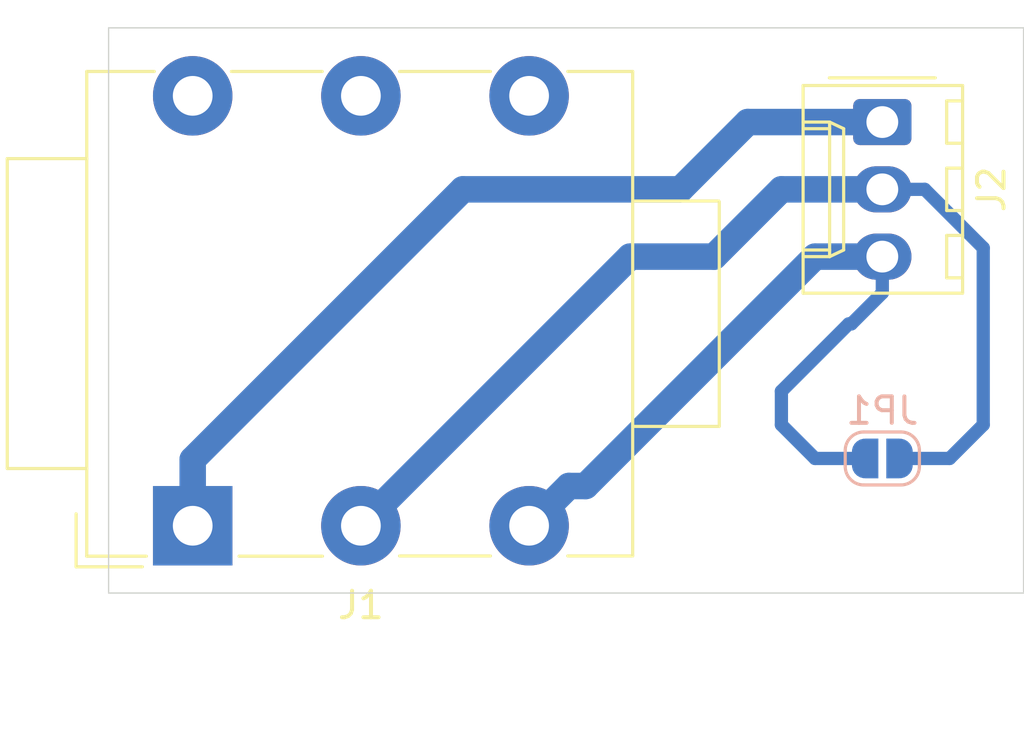
<source format=kicad_pcb>
(kicad_pcb (version 20171130) (host pcbnew "(5.1.5-0-10_14)")

  (general
    (thickness 1.6)
    (drawings 5)
    (tracks 25)
    (zones 0)
    (modules 3)
    (nets 7)
  )

  (page A4)
  (layers
    (0 F.Cu signal)
    (31 B.Cu signal)
    (32 B.Adhes user)
    (33 F.Adhes user)
    (34 B.Paste user)
    (35 F.Paste user)
    (36 B.SilkS user)
    (37 F.SilkS user)
    (38 B.Mask user)
    (39 F.Mask user)
    (40 Dwgs.User user)
    (41 Cmts.User user)
    (42 Eco1.User user)
    (43 Eco2.User user)
    (44 Edge.Cuts user)
    (45 Margin user)
    (46 B.CrtYd user)
    (47 F.CrtYd user)
    (48 B.Fab user)
    (49 F.Fab user)
  )

  (setup
    (last_trace_width 0.5)
    (user_trace_width 0.5)
    (user_trace_width 1)
    (trace_clearance 0.2)
    (zone_clearance 0.508)
    (zone_45_only no)
    (trace_min 0.2)
    (via_size 0.8)
    (via_drill 0.4)
    (via_min_size 0.4)
    (via_min_drill 0.3)
    (user_via 2 1)
    (uvia_size 0.3)
    (uvia_drill 0.1)
    (uvias_allowed no)
    (uvia_min_size 0.2)
    (uvia_min_drill 0.1)
    (edge_width 0.05)
    (segment_width 0.2)
    (pcb_text_width 0.3)
    (pcb_text_size 1.5 1.5)
    (mod_edge_width 0.12)
    (mod_text_size 1 1)
    (mod_text_width 0.15)
    (pad_size 1.524 1.524)
    (pad_drill 0.762)
    (pad_to_mask_clearance 0.051)
    (solder_mask_min_width 0.25)
    (aux_axis_origin 0 0)
    (visible_elements FFFFFF7F)
    (pcbplotparams
      (layerselection 0x010fc_ffffffff)
      (usegerberextensions false)
      (usegerberattributes false)
      (usegerberadvancedattributes false)
      (creategerberjobfile false)
      (excludeedgelayer true)
      (linewidth 0.100000)
      (plotframeref false)
      (viasonmask false)
      (mode 1)
      (useauxorigin false)
      (hpglpennumber 1)
      (hpglpenspeed 20)
      (hpglpendiameter 15.000000)
      (psnegative false)
      (psa4output false)
      (plotreference true)
      (plotvalue true)
      (plotinvisibletext false)
      (padsonsilk false)
      (subtractmaskfromsilk false)
      (outputformat 1)
      (mirror false)
      (drillshape 1)
      (scaleselection 1)
      (outputdirectory ""))
  )

  (net 0 "")
  (net 1 "Net-(J1-PadRN)")
  (net 2 "Net-(J1-PadTN)")
  (net 3 "Net-(J1-PadSN)")
  (net 4 "Net-(J1-PadR)")
  (net 5 "Net-(J1-PadT)")
  (net 6 "Net-(J1-PadS)")

  (net_class Default "This is the default net class."
    (clearance 0.2)
    (trace_width 0.25)
    (via_dia 0.8)
    (via_drill 0.4)
    (uvia_dia 0.3)
    (uvia_drill 0.1)
    (add_net "Net-(J1-PadR)")
    (add_net "Net-(J1-PadRN)")
    (add_net "Net-(J1-PadS)")
    (add_net "Net-(J1-PadSN)")
    (add_net "Net-(J1-PadT)")
    (add_net "Net-(J1-PadTN)")
  )

  (module Connector_Audio:Jack_3.5mm_Neutrik_NMJ6HCD2_Horizontal (layer F.Cu) (tedit 5BF5E39A) (tstamp 5E4DBE96)
    (at 38.735 43.18 180)
    (descr "NMJ6HCD2, TRS 1/4in (http://www.neutrik.com/en/audio/plugs-and-jacks/m-series/nmj6hcd2)")
    (tags "NMJ6HCD2 TRS stereo jack connector")
    (path /5E4D6844)
    (fp_text reference J1 (at 6.35 -3) (layer F.SilkS)
      (effects (font (size 1 1) (thickness 0.15)))
    )
    (fp_text value AudioJack3_Switch (at 6.35 19) (layer F.Fab)
      (effects (font (size 1 1) (thickness 0.15)))
    )
    (fp_text user %R (at 6.35 8.115) (layer F.Fab)
      (effects (font (size 1 1) (thickness 0.15)))
    )
    (fp_line (start 17.1 -1.55) (end 14.6 -1.55) (layer F.SilkS) (width 0.12))
    (fp_line (start 17.1 0.45) (end 17.1 -1.55) (layer F.SilkS) (width 0.12))
    (fp_line (start 12.7 0.5) (end 11.65 -1.05) (layer F.Fab) (width 0.1))
    (fp_line (start 14 -1.05) (end 12.7 0.5) (layer F.Fab) (width 0.1))
    (fp_line (start -7.05 12.15) (end -3.8 12.15) (layer F.Fab) (width 0.1))
    (fp_line (start -7.05 3.85) (end -7.05 12.15) (layer F.Fab) (width 0.1))
    (fp_line (start -3.8 3.85) (end -7.05 3.85) (layer F.Fab) (width 0.1))
    (fp_line (start 19.6 13.75) (end 16.6 13.75) (layer F.Fab) (width 0.1))
    (fp_line (start 19.6 2.25) (end 19.6 13.75) (layer F.Fab) (width 0.1))
    (fp_line (start 16.6 2.25) (end 19.6 2.25) (layer F.Fab) (width 0.1))
    (fp_line (start -3.8 -1.05) (end 16.6 -1.05) (layer F.Fab) (width 0.1))
    (fp_line (start -3.8 17.05) (end -3.8 -1.05) (layer F.Fab) (width 0.1))
    (fp_line (start 16.6 17.05) (end -3.8 17.05) (layer F.Fab) (width 0.1))
    (fp_line (start 16.6 -1.05) (end 16.6 17.05) (layer F.Fab) (width 0.1))
    (fp_line (start 19.95 -1.75) (end -7.45 -1.75) (layer F.CrtYd) (width 0.05))
    (fp_line (start -7.45 -1.75) (end -7.45 17.95) (layer F.CrtYd) (width 0.05))
    (fp_line (start -7.45 17.95) (end 19.95 17.95) (layer F.CrtYd) (width 0.05))
    (fp_line (start 19.95 -1.75) (end 19.95 17.95) (layer F.CrtYd) (width 0.05))
    (fp_line (start -3.94 12.26) (end -7.16 12.26) (layer F.SilkS) (width 0.12))
    (fp_line (start -7.18 3.75) (end -7.18 12.23) (layer F.SilkS) (width 0.12))
    (fp_line (start -3.94 3.75) (end -7.16 3.75) (layer F.SilkS) (width 0.12))
    (fp_line (start 19.7 2.16) (end 16.7 2.16) (layer F.SilkS) (width 0.12))
    (fp_line (start 19.7 2.16) (end 19.7 13.86) (layer F.SilkS) (width 0.12))
    (fp_line (start 19.7 13.86) (end 16.7 13.86) (layer F.SilkS) (width 0.12))
    (fp_line (start -3.91 -1.14) (end -3.91 17.15) (layer F.SilkS) (width 0.12))
    (fp_line (start -3.91 17.15) (end -1.46 17.15) (layer F.SilkS) (width 0.12))
    (fp_line (start -3.91 -1.14) (end -1.46 -1.14) (layer F.SilkS) (width 0.12))
    (fp_line (start 14.45 -1.15) (end 16.7 -1.15) (layer F.SilkS) (width 0.12))
    (fp_line (start 7.8 -1.15) (end 10.95 -1.15) (layer F.SilkS) (width 0.12))
    (fp_line (start 1.46 -1.14) (end 4.89 -1.14) (layer F.SilkS) (width 0.12))
    (fp_line (start 4.89 17.15) (end 1.46 17.15) (layer F.SilkS) (width 0.12))
    (fp_line (start 11.24 17.15) (end 7.81 17.15) (layer F.SilkS) (width 0.12))
    (fp_line (start 16.7 17.15) (end 14.15 17.15) (layer F.SilkS) (width 0.12))
    (fp_line (start 16.7 -1.15) (end 16.7 17.15) (layer F.SilkS) (width 0.12))
    (pad RN thru_hole circle (at 6.35 16.23 180) (size 3 3) (drill 1.5) (layers *.Cu *.Mask)
      (net 1 "Net-(J1-PadRN)"))
    (pad TN thru_hole circle (at 0 16.23 180) (size 3 3) (drill 1.5) (layers *.Cu *.Mask)
      (net 2 "Net-(J1-PadTN)"))
    (pad SN thru_hole circle (at 12.7 16.23 180) (size 3 3) (drill 1.5) (layers *.Cu *.Mask)
      (net 3 "Net-(J1-PadSN)"))
    (pad R thru_hole circle (at 6.35 0 180) (size 3 3) (drill 1.5) (layers *.Cu *.Mask)
      (net 4 "Net-(J1-PadR)"))
    (pad T thru_hole circle (at 0 0 180) (size 3 3) (drill 1.5) (layers *.Cu *.Mask)
      (net 5 "Net-(J1-PadT)"))
    (pad S thru_hole rect (at 12.7 0 180) (size 3 3) (drill 1.5) (layers *.Cu *.Mask)
      (net 6 "Net-(J1-PadS)"))
    (model ${KISYS3DMOD}/Connector_Audio.3dshapes/Jack_3.5mm_Neutrik_NMJ6HCD2_Horizontal.wrl
      (at (xyz 0 0 0))
      (scale (xyz 1 1 1))
      (rotate (xyz 0 0 0))
    )
  )

  (module Connector_Molex:Molex_KK-254_AE-6410-03A_1x03_P2.54mm_Vertical (layer F.Cu) (tedit 5B78013E) (tstamp 5E4DC1F7)
    (at 52.07 27.94 270)
    (descr "Molex KK-254 Interconnect System, old/engineering part number: AE-6410-03A example for new part number: 22-27-2031, 3 Pins (http://www.molex.com/pdm_docs/sd/022272021_sd.pdf), generated with kicad-footprint-generator")
    (tags "connector Molex KK-254 side entry")
    (path /5E4D8113)
    (fp_text reference J2 (at 2.54 -4.12 90) (layer F.SilkS)
      (effects (font (size 1 1) (thickness 0.15)))
    )
    (fp_text value Conn_01x03 (at 2.54 4.08 90) (layer F.Fab)
      (effects (font (size 1 1) (thickness 0.15)))
    )
    (fp_line (start -1.27 -2.92) (end -1.27 2.88) (layer F.Fab) (width 0.1))
    (fp_line (start -1.27 2.88) (end 6.35 2.88) (layer F.Fab) (width 0.1))
    (fp_line (start 6.35 2.88) (end 6.35 -2.92) (layer F.Fab) (width 0.1))
    (fp_line (start 6.35 -2.92) (end -1.27 -2.92) (layer F.Fab) (width 0.1))
    (fp_line (start -1.38 -3.03) (end -1.38 2.99) (layer F.SilkS) (width 0.12))
    (fp_line (start -1.38 2.99) (end 6.46 2.99) (layer F.SilkS) (width 0.12))
    (fp_line (start 6.46 2.99) (end 6.46 -3.03) (layer F.SilkS) (width 0.12))
    (fp_line (start 6.46 -3.03) (end -1.38 -3.03) (layer F.SilkS) (width 0.12))
    (fp_line (start -1.67 -2) (end -1.67 2) (layer F.SilkS) (width 0.12))
    (fp_line (start -1.27 -0.5) (end -0.562893 0) (layer F.Fab) (width 0.1))
    (fp_line (start -0.562893 0) (end -1.27 0.5) (layer F.Fab) (width 0.1))
    (fp_line (start 0 2.99) (end 0 1.99) (layer F.SilkS) (width 0.12))
    (fp_line (start 0 1.99) (end 5.08 1.99) (layer F.SilkS) (width 0.12))
    (fp_line (start 5.08 1.99) (end 5.08 2.99) (layer F.SilkS) (width 0.12))
    (fp_line (start 0 1.99) (end 0.25 1.46) (layer F.SilkS) (width 0.12))
    (fp_line (start 0.25 1.46) (end 4.83 1.46) (layer F.SilkS) (width 0.12))
    (fp_line (start 4.83 1.46) (end 5.08 1.99) (layer F.SilkS) (width 0.12))
    (fp_line (start 0.25 2.99) (end 0.25 1.99) (layer F.SilkS) (width 0.12))
    (fp_line (start 4.83 2.99) (end 4.83 1.99) (layer F.SilkS) (width 0.12))
    (fp_line (start -0.8 -3.03) (end -0.8 -2.43) (layer F.SilkS) (width 0.12))
    (fp_line (start -0.8 -2.43) (end 0.8 -2.43) (layer F.SilkS) (width 0.12))
    (fp_line (start 0.8 -2.43) (end 0.8 -3.03) (layer F.SilkS) (width 0.12))
    (fp_line (start 1.74 -3.03) (end 1.74 -2.43) (layer F.SilkS) (width 0.12))
    (fp_line (start 1.74 -2.43) (end 3.34 -2.43) (layer F.SilkS) (width 0.12))
    (fp_line (start 3.34 -2.43) (end 3.34 -3.03) (layer F.SilkS) (width 0.12))
    (fp_line (start 4.28 -3.03) (end 4.28 -2.43) (layer F.SilkS) (width 0.12))
    (fp_line (start 4.28 -2.43) (end 5.88 -2.43) (layer F.SilkS) (width 0.12))
    (fp_line (start 5.88 -2.43) (end 5.88 -3.03) (layer F.SilkS) (width 0.12))
    (fp_line (start -1.77 -3.42) (end -1.77 3.38) (layer F.CrtYd) (width 0.05))
    (fp_line (start -1.77 3.38) (end 6.85 3.38) (layer F.CrtYd) (width 0.05))
    (fp_line (start 6.85 3.38) (end 6.85 -3.42) (layer F.CrtYd) (width 0.05))
    (fp_line (start 6.85 -3.42) (end -1.77 -3.42) (layer F.CrtYd) (width 0.05))
    (fp_text user %R (at 2.54 -2.22 90) (layer F.Fab)
      (effects (font (size 1 1) (thickness 0.15)))
    )
    (pad 1 thru_hole roundrect (at 0 0 270) (size 1.74 2.2) (drill 1.2) (layers *.Cu *.Mask) (roundrect_rratio 0.143678)
      (net 6 "Net-(J1-PadS)"))
    (pad 2 thru_hole oval (at 2.54 0 270) (size 1.74 2.2) (drill 1.2) (layers *.Cu *.Mask)
      (net 4 "Net-(J1-PadR)"))
    (pad 3 thru_hole oval (at 5.08 0 270) (size 1.74 2.2) (drill 1.2) (layers *.Cu *.Mask)
      (net 5 "Net-(J1-PadT)"))
    (model ${KISYS3DMOD}/Connector_Molex.3dshapes/Molex_KK-254_AE-6410-03A_1x03_P2.54mm_Vertical.wrl
      (at (xyz 0 0 0))
      (scale (xyz 1 1 1))
      (rotate (xyz 0 0 0))
    )
  )

  (module Jumper:SolderJumper-2_P1.3mm_Open_RoundedPad1.0x1.5mm (layer B.Cu) (tedit 5B391E66) (tstamp 5E4DC52B)
    (at 52.07 40.64 180)
    (descr "SMD Solder Jumper, 1x1.5mm, rounded Pads, 0.3mm gap, open")
    (tags "solder jumper open")
    (path /5E4D8A21)
    (attr virtual)
    (fp_text reference JP1 (at 0 1.8) (layer B.SilkS)
      (effects (font (size 1 1) (thickness 0.15)) (justify mirror))
    )
    (fp_text value SolderJumper_2_Open (at 2.54 0 90) (layer B.Fab)
      (effects (font (size 1 1) (thickness 0.15)) (justify mirror))
    )
    (fp_arc (start 0.7 0.3) (end 1.4 0.3) (angle 90) (layer B.SilkS) (width 0.12))
    (fp_arc (start 0.7 -0.3) (end 0.7 -1) (angle 90) (layer B.SilkS) (width 0.12))
    (fp_arc (start -0.7 -0.3) (end -1.4 -0.3) (angle 90) (layer B.SilkS) (width 0.12))
    (fp_arc (start -0.7 0.3) (end -0.7 1) (angle 90) (layer B.SilkS) (width 0.12))
    (fp_line (start -1.4 -0.3) (end -1.4 0.3) (layer B.SilkS) (width 0.12))
    (fp_line (start 0.7 -1) (end -0.7 -1) (layer B.SilkS) (width 0.12))
    (fp_line (start 1.4 0.3) (end 1.4 -0.3) (layer B.SilkS) (width 0.12))
    (fp_line (start -0.7 1) (end 0.7 1) (layer B.SilkS) (width 0.12))
    (fp_line (start -1.65 1.25) (end 1.65 1.25) (layer B.CrtYd) (width 0.05))
    (fp_line (start -1.65 1.25) (end -1.65 -1.25) (layer B.CrtYd) (width 0.05))
    (fp_line (start 1.65 -1.25) (end 1.65 1.25) (layer B.CrtYd) (width 0.05))
    (fp_line (start 1.65 -1.25) (end -1.65 -1.25) (layer B.CrtYd) (width 0.05))
    (pad 1 smd custom (at -0.65 0 180) (size 1 0.5) (layers B.Cu B.Mask)
      (net 4 "Net-(J1-PadR)") (zone_connect 2)
      (options (clearance outline) (anchor rect))
      (primitives
        (gr_circle (center 0 -0.25) (end 0.5 -0.25) (width 0))
        (gr_circle (center 0 0.25) (end 0.5 0.25) (width 0))
        (gr_poly (pts
           (xy 0 0.75) (xy 0.5 0.75) (xy 0.5 -0.75) (xy 0 -0.75)) (width 0))
      ))
    (pad 2 smd custom (at 0.65 0 180) (size 1 0.5) (layers B.Cu B.Mask)
      (net 5 "Net-(J1-PadT)") (zone_connect 2)
      (options (clearance outline) (anchor rect))
      (primitives
        (gr_circle (center 0 -0.25) (end 0.5 -0.25) (width 0))
        (gr_circle (center 0 0.25) (end 0.5 0.25) (width 0))
        (gr_poly (pts
           (xy 0 0.75) (xy -0.5 0.75) (xy -0.5 -0.75) (xy 0 -0.75)) (width 0))
      ))
  )

  (gr_text "NOTE: Check side of jack connector is right" (at 40.132 50.292) (layer Dwgs.User)
    (effects (font (size 1 1) (thickness 0.15)))
  )
  (gr_line (start 22.86 45.72) (end 22.86 24.384) (layer Edge.Cuts) (width 0.05) (tstamp 5E4DC7F7))
  (gr_line (start 57.404 45.72) (end 22.86 45.72) (layer Edge.Cuts) (width 0.05))
  (gr_line (start 57.404 24.384) (end 57.404 45.72) (layer Edge.Cuts) (width 0.05))
  (gr_line (start 22.86 24.384) (end 57.404 24.384) (layer Edge.Cuts) (width 0.05))

  (segment (start 52.07 30.48) (end 48.26 30.48) (width 1) (layer B.Cu) (net 4))
  (segment (start 48.26 30.48) (end 45.72 33.02) (width 1) (layer B.Cu) (net 4))
  (segment (start 42.545 33.02) (end 32.385 43.18) (width 1) (layer B.Cu) (net 4))
  (segment (start 45.72 33.02) (end 42.545 33.02) (width 1) (layer B.Cu) (net 4))
  (segment (start 53.67 30.48) (end 55.88 32.69) (width 0.5) (layer B.Cu) (net 4))
  (segment (start 52.07 30.48) (end 53.67 30.48) (width 0.5) (layer B.Cu) (net 4))
  (segment (start 55.88 32.69) (end 55.88 39.37) (width 0.5) (layer B.Cu) (net 4))
  (segment (start 54.61 40.64) (end 52.72 40.64) (width 0.5) (layer B.Cu) (net 4))
  (segment (start 55.88 39.37) (end 54.61 40.64) (width 0.5) (layer B.Cu) (net 4))
  (segment (start 40.234999 41.680001) (end 40.869999 41.680001) (width 1) (layer B.Cu) (net 5))
  (segment (start 38.735 43.18) (end 40.234999 41.680001) (width 1) (layer B.Cu) (net 5))
  (segment (start 49.53 33.02) (end 52.07 33.02) (width 1) (layer B.Cu) (net 5))
  (segment (start 40.869999 41.680001) (end 49.53 33.02) (width 1) (layer B.Cu) (net 5))
  (segment (start 51.42 40.64) (end 49.53 40.64) (width 0.5) (layer B.Cu) (net 5))
  (segment (start 49.53 40.64) (end 48.26 39.37) (width 0.5) (layer B.Cu) (net 5))
  (segment (start 48.26 39.37) (end 48.26 38.1) (width 0.5) (layer B.Cu) (net 5))
  (segment (start 52.07 34.39) (end 52.07 33.02) (width 0.5) (layer B.Cu) (net 5))
  (segment (start 50.9 35.56) (end 52.07 34.39) (width 0.5) (layer B.Cu) (net 5))
  (segment (start 50.8 35.56) (end 48.26 38.1) (width 0.5) (layer B.Cu) (net 5))
  (segment (start 50.9 35.56) (end 50.8 35.56) (width 0.5) (layer B.Cu) (net 5))
  (segment (start 26.035 40.68) (end 36.235 30.48) (width 1) (layer B.Cu) (net 6))
  (segment (start 26.035 43.18) (end 26.035 40.68) (width 1) (layer B.Cu) (net 6))
  (segment (start 36.235 30.48) (end 44.45 30.48) (width 1) (layer B.Cu) (net 6))
  (segment (start 46.99 27.94) (end 52.07 27.94) (width 1) (layer B.Cu) (net 6))
  (segment (start 44.45 30.48) (end 46.99 27.94) (width 1) (layer B.Cu) (net 6))

)

</source>
